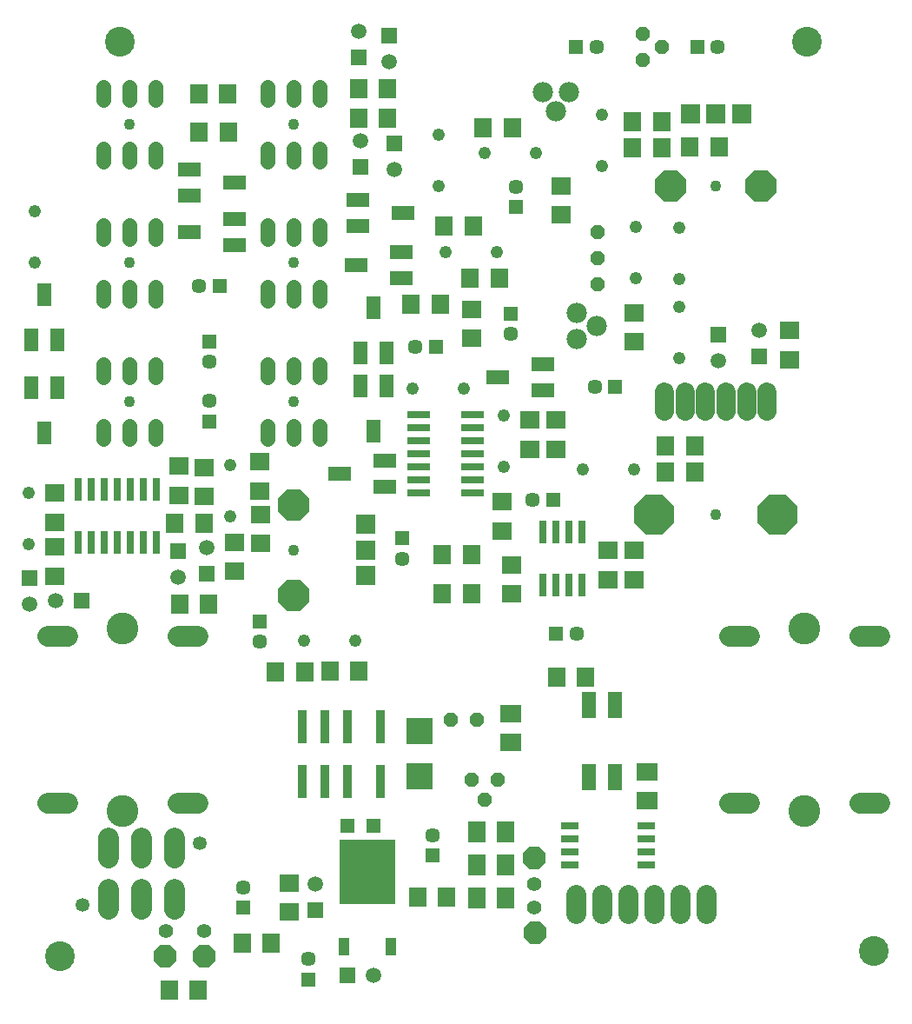
<source format=gbr>
G04 EAGLE Gerber X2 export*
%TF.Part,Single*%
%TF.FileFunction,Soldermask,Top,1*%
%TF.FilePolarity,Positive*%
%TF.GenerationSoftware,Autodesk,EAGLE,9.2.2*%
%TF.CreationDate,2019-01-20T16:46:20Z*%
G75*
%MOMM*%
%FSLAX34Y34*%
%LPD*%
%INSoldermask Top*%
%AMOC8*
5,1,8,0,0,1.08239X$1,22.5*%
G01*
%ADD10C,1.244600*%
%ADD11R,1.451600X1.451600*%
%ADD12C,1.451600*%
%ADD13R,1.901600X1.701600*%
%ADD14R,1.701600X1.901600*%
%ADD15C,1.509600*%
%ADD16R,1.509600X1.509600*%
%ADD17C,1.422400*%
%ADD18C,1.101600*%
%ADD19R,0.701600X2.301600*%
%ADD20R,2.301600X0.701600*%
%ADD21C,2.051600*%
%ADD22C,3.101600*%
%ADD23R,0.901600X3.201600*%
%ADD24P,1.539592X8X202.500000*%
%ADD25P,2.446851X8X112.500000*%
%ADD26R,1.371600X2.641600*%
%ADD27C,1.981200*%
%ADD28P,1.539592X8X292.500000*%
%ADD29P,1.539592X8X112.500000*%
%ADD30R,1.701600X1.904600*%
%ADD31R,1.422400X2.286000*%
%ADD32R,1.904600X1.701600*%
%ADD33R,2.286000X1.422400*%
%ADD34R,2.101600X1.701600*%
%ADD35R,1.701600X2.101600*%
%ADD36R,1.981200X1.981200*%
%ADD37P,3.357141X8X112.500000*%
%ADD38R,1.101600X1.701600*%
%ADD39R,5.501600X6.301600*%
%ADD40R,1.651000X0.635000*%
%ADD41P,3.357141X8X22.500000*%
%ADD42P,2.446851X8X22.500000*%
%ADD43P,2.446851X8X202.500000*%
%ADD44R,2.501600X2.501600*%
%ADD45R,1.371600X1.371600*%
%ADD46C,1.901600*%
%ADD47P,4.233877X8X22.500000*%
%ADD48C,1.981200*%
%ADD49C,1.351600*%
%ADD50C,2.901600*%
%ADD51C,1.401600*%


D10*
X369510Y377210D03*
X319510Y377210D03*
D11*
X525700Y799150D03*
D12*
X525700Y819150D03*
D11*
X520700Y695800D03*
D12*
X520700Y675800D03*
D11*
X227212Y668498D03*
D12*
X227212Y648498D03*
D11*
X622749Y624127D03*
D12*
X602749Y624127D03*
D11*
X448150Y663480D03*
D12*
X428150Y663480D03*
D13*
X521847Y451022D03*
X521847Y423022D03*
D10*
X514350Y596500D03*
X514350Y546500D03*
X247334Y497833D03*
X247334Y547833D03*
D11*
X227423Y590350D03*
D12*
X227423Y610350D03*
D11*
X562450Y514350D03*
D12*
X542450Y514350D03*
D11*
X564801Y384258D03*
D12*
X584801Y384258D03*
D10*
X50691Y471019D03*
X50691Y521019D03*
D11*
X237276Y722116D03*
D12*
X217276Y722116D03*
D10*
X591173Y543656D03*
X641173Y543656D03*
D11*
X414670Y477000D03*
D12*
X414670Y457000D03*
D11*
X276580Y395840D03*
D12*
X276580Y375840D03*
D14*
X565390Y341550D03*
X593390Y341550D03*
D10*
X684850Y652588D03*
X684850Y702588D03*
D11*
X323850Y47150D03*
D12*
X323850Y67150D03*
D14*
X287050Y82550D03*
X259050Y82550D03*
X430500Y127000D03*
X458500Y127000D03*
D11*
X444500Y167800D03*
D12*
X444500Y187800D03*
D11*
X260350Y117000D03*
D12*
X260350Y137000D03*
D13*
X304800Y113000D03*
X304800Y141000D03*
D10*
X57150Y745160D03*
X57150Y795160D03*
D11*
X702740Y955743D03*
D12*
X722740Y955743D03*
D11*
X584360Y955743D03*
D12*
X604360Y955743D03*
D10*
X609600Y839380D03*
X609600Y889380D03*
X545700Y851870D03*
X495700Y851870D03*
D15*
X387350Y50800D03*
D16*
X361950Y50800D03*
D15*
X330200Y139700D03*
D16*
X330200Y114300D03*
D17*
X334200Y708396D02*
X334200Y721604D01*
X309200Y721604D02*
X309200Y708396D01*
X284200Y708396D02*
X284200Y721604D01*
X284200Y768396D02*
X284200Y781604D01*
X309200Y781604D02*
X309200Y768396D01*
X334200Y768396D02*
X334200Y781604D01*
D18*
X309200Y745000D03*
D19*
X111561Y472640D03*
X111561Y524640D03*
X98861Y472640D03*
X124261Y472640D03*
X136961Y472640D03*
X98861Y524640D03*
X124261Y524640D03*
X136961Y524640D03*
X162361Y472640D03*
X162361Y524640D03*
X149661Y472640D03*
X175061Y472640D03*
X149661Y524640D03*
X175061Y524640D03*
D20*
X483200Y533400D03*
X431200Y533400D03*
X483200Y520700D03*
X483200Y546100D03*
X483200Y558800D03*
X431200Y520700D03*
X431200Y546100D03*
X431200Y558800D03*
X483200Y584200D03*
X431200Y584200D03*
X483200Y571500D03*
X483200Y596900D03*
X431200Y571500D03*
X431200Y596900D03*
D19*
X577850Y483200D03*
X577850Y431200D03*
X590550Y483200D03*
X565150Y483200D03*
X552450Y483200D03*
X590550Y431200D03*
X565150Y431200D03*
X552450Y431200D03*
D21*
X89050Y218850D02*
X69550Y218850D01*
X69550Y381150D02*
X89050Y381150D01*
X196550Y218850D02*
X216050Y218850D01*
X216050Y381150D02*
X196550Y381150D01*
D22*
X142800Y211100D03*
X142800Y388900D03*
D23*
X393600Y293200D03*
X361600Y293200D03*
X339600Y293200D03*
X317600Y293200D03*
X393600Y240200D03*
X361600Y240200D03*
X339600Y240200D03*
X317600Y240200D03*
D24*
X487700Y300000D03*
X462300Y300000D03*
D25*
X543560Y165100D03*
X544560Y92280D03*
D17*
X334200Y843396D02*
X334200Y856604D01*
X309200Y856604D02*
X309200Y843396D01*
X284200Y843396D02*
X284200Y856604D01*
X284200Y903396D02*
X284200Y916604D01*
X309200Y916604D02*
X309200Y903396D01*
X334200Y903396D02*
X334200Y916604D01*
D18*
X309200Y880000D03*
D17*
X124200Y903396D02*
X124200Y916604D01*
X149200Y916604D02*
X149200Y903396D01*
X174200Y903396D02*
X174200Y916604D01*
X174200Y856604D02*
X174200Y843396D01*
X149200Y843396D02*
X149200Y856604D01*
X124200Y856604D02*
X124200Y843396D01*
D18*
X149200Y880000D03*
D26*
X596900Y244400D03*
X622300Y244400D03*
X622300Y314400D03*
X596900Y314400D03*
D21*
X861050Y381150D02*
X880550Y381150D01*
X880550Y218850D02*
X861050Y218850D01*
X753550Y381150D02*
X734050Y381150D01*
X734050Y218850D02*
X753550Y218850D01*
D22*
X807300Y388900D03*
X807300Y211100D03*
D27*
X577850Y911320D03*
X565150Y892270D03*
X552450Y911320D03*
D28*
X649240Y943045D03*
X668290Y955745D03*
X649240Y968445D03*
D29*
X605467Y775216D03*
X605467Y749816D03*
X605467Y724416D03*
D27*
X585360Y696580D03*
X604410Y683880D03*
X585360Y671180D03*
D30*
X454140Y460470D03*
X482580Y460470D03*
X522220Y876490D03*
X493780Y876490D03*
X639830Y882650D03*
X668270Y882650D03*
X401030Y886260D03*
X372590Y886260D03*
X484120Y781050D03*
X455680Y781050D03*
D31*
X374620Y657450D03*
X387350Y701450D03*
X400080Y657450D03*
D30*
X668270Y857250D03*
X639830Y857250D03*
D32*
X570150Y820290D03*
X570150Y791850D03*
X482600Y671580D03*
X482600Y700020D03*
D30*
X509520Y730250D03*
X481080Y730250D03*
D32*
X641350Y696370D03*
X641350Y667930D03*
X792270Y679260D03*
X792270Y650820D03*
D33*
X551940Y620540D03*
X507940Y633270D03*
X551940Y646000D03*
X414430Y730220D03*
X370430Y742950D03*
X414430Y755680D03*
D31*
X400080Y625250D03*
X387350Y581250D03*
X374620Y625250D03*
D32*
X251918Y472845D03*
X251918Y444405D03*
D30*
X226593Y412530D03*
X198153Y412530D03*
D31*
X78770Y623440D03*
X66040Y579440D03*
X53310Y623440D03*
X53310Y669819D03*
X66040Y713819D03*
X78770Y669819D03*
D32*
X76731Y439970D03*
X76731Y468410D03*
X641350Y436630D03*
X641350Y465070D03*
D30*
X423930Y704850D03*
X452370Y704850D03*
D33*
X251289Y762631D03*
X207289Y775361D03*
X251289Y788091D03*
X207892Y836078D03*
X251892Y823348D03*
X207892Y810618D03*
D32*
X276499Y522836D03*
X276499Y551276D03*
D30*
X291360Y346930D03*
X319800Y346930D03*
D33*
X397920Y527020D03*
X353920Y539750D03*
X397920Y552480D03*
D34*
X520700Y278100D03*
X520700Y306100D03*
D30*
X454310Y422674D03*
X482750Y422674D03*
D32*
X615950Y436630D03*
X615950Y465070D03*
X512097Y512377D03*
X512097Y483937D03*
D35*
X515650Y190500D03*
X487650Y190500D03*
D32*
X565150Y592070D03*
X565150Y563630D03*
D30*
X700020Y541290D03*
X671580Y541290D03*
X700020Y566880D03*
X671580Y566880D03*
D35*
X487650Y158750D03*
X515650Y158750D03*
D34*
X654050Y248950D03*
X654050Y220950D03*
D30*
X372970Y347730D03*
X344530Y347730D03*
D32*
X539750Y563630D03*
X539750Y592070D03*
X76731Y520750D03*
X76731Y492310D03*
X276638Y471499D03*
X276638Y499939D03*
X222169Y517431D03*
X222169Y545871D03*
X197300Y518438D03*
X197300Y546878D03*
D30*
X216713Y909899D03*
X245153Y909899D03*
D36*
X695800Y890000D03*
X720800Y890000D03*
X745800Y890000D03*
D37*
X676800Y820000D03*
X764800Y820000D03*
D18*
X720800Y820000D03*
D15*
X374650Y863600D03*
D16*
X374650Y838200D03*
D15*
X407339Y835715D03*
D16*
X407339Y861115D03*
D15*
X723362Y650113D03*
D16*
X723362Y675513D03*
D15*
X763270Y679450D03*
D16*
X763270Y654050D03*
D38*
X358200Y79000D03*
X403800Y79000D03*
D39*
X381000Y152000D03*
D40*
X578866Y196850D03*
X578866Y184150D03*
X578866Y171450D03*
X578866Y158750D03*
X653034Y158750D03*
X653034Y171450D03*
X653034Y184150D03*
X653034Y196850D03*
D36*
X379200Y490400D03*
X379200Y465400D03*
X379200Y440400D03*
D41*
X309200Y509400D03*
X309200Y421400D03*
D18*
X309200Y465400D03*
D33*
X371700Y806480D03*
X415700Y793750D03*
X371700Y781020D03*
D17*
X124200Y781604D02*
X124200Y768396D01*
X149200Y768396D02*
X149200Y781604D01*
X174200Y781604D02*
X174200Y768396D01*
X174200Y721604D02*
X174200Y708396D01*
X149200Y708396D02*
X149200Y721604D01*
X124200Y721604D02*
X124200Y708396D01*
D18*
X149200Y745000D03*
D42*
X184150Y69850D03*
D43*
X222250Y69850D03*
D44*
X431800Y288700D03*
X431800Y244700D03*
D45*
X361950Y196850D03*
X387350Y196850D03*
D46*
X690800Y601000D02*
X690800Y619000D01*
X670800Y619000D02*
X670800Y601000D01*
X770800Y601000D02*
X770800Y619000D01*
X710800Y619000D02*
X710800Y601000D01*
X730800Y601000D02*
X730800Y619000D01*
X750800Y619000D02*
X750800Y601000D01*
D47*
X660800Y500000D03*
X780800Y500000D03*
D18*
X720800Y500000D03*
D48*
X711200Y130048D02*
X711200Y111252D01*
X685800Y111252D02*
X685800Y130048D01*
X660400Y130048D02*
X660400Y111252D01*
X635000Y111252D02*
X635000Y130048D01*
X609600Y130048D02*
X609600Y111252D01*
X584200Y111252D02*
X584200Y130048D01*
D21*
X128800Y135000D02*
X128800Y115500D01*
X160800Y115500D02*
X160800Y135000D01*
X192800Y135000D02*
X192800Y115500D01*
X192800Y165000D02*
X192800Y184500D01*
X160800Y184500D02*
X160800Y165000D01*
X128800Y165000D02*
X128800Y184500D01*
D49*
X103800Y120000D03*
X217800Y180000D03*
D50*
X140000Y960000D03*
X810000Y960000D03*
D10*
X507200Y755650D03*
X457200Y755650D03*
X475450Y622300D03*
X425450Y622300D03*
X643046Y779801D03*
X643046Y729801D03*
X450850Y869550D03*
X450850Y819550D03*
D15*
X402249Y941311D03*
D16*
X402249Y966711D03*
D15*
X372429Y970281D03*
D16*
X372429Y944881D03*
D24*
X482600Y241300D03*
X495300Y222250D03*
X508000Y241300D03*
D30*
X217305Y872145D03*
X245745Y872145D03*
X724140Y857780D03*
X695700Y857780D03*
D17*
X124200Y646604D02*
X124200Y633396D01*
X149200Y633396D02*
X149200Y646604D01*
X174200Y646604D02*
X174200Y633396D01*
X174200Y586604D02*
X174200Y573396D01*
X149200Y573396D02*
X149200Y586604D01*
X124200Y586604D02*
X124200Y573396D01*
D18*
X149200Y610000D03*
D17*
X334200Y586604D02*
X334200Y573396D01*
X309200Y573396D02*
X309200Y586604D01*
X284200Y586604D02*
X284200Y573396D01*
X284200Y633396D02*
X284200Y646604D01*
X309200Y646604D02*
X309200Y633396D01*
X334200Y633396D02*
X334200Y646604D01*
D18*
X309200Y610000D03*
D10*
X684919Y729425D03*
X684919Y779425D03*
D50*
X81480Y69880D03*
X874680Y74500D03*
D51*
X184780Y93940D03*
X221740Y93940D03*
X543600Y117040D03*
X543600Y140140D03*
D14*
X187720Y36960D03*
X215720Y36960D03*
D35*
X515904Y126365D03*
X487904Y126365D03*
D30*
X221878Y491587D03*
X193438Y491587D03*
D15*
X224152Y467974D03*
D16*
X224152Y442574D03*
D15*
X196571Y438828D03*
D16*
X196571Y464228D03*
D15*
X51756Y412250D03*
D16*
X51756Y437650D03*
D15*
X77080Y416419D03*
D16*
X102480Y416419D03*
D30*
X372474Y915011D03*
X400914Y915011D03*
M02*

</source>
